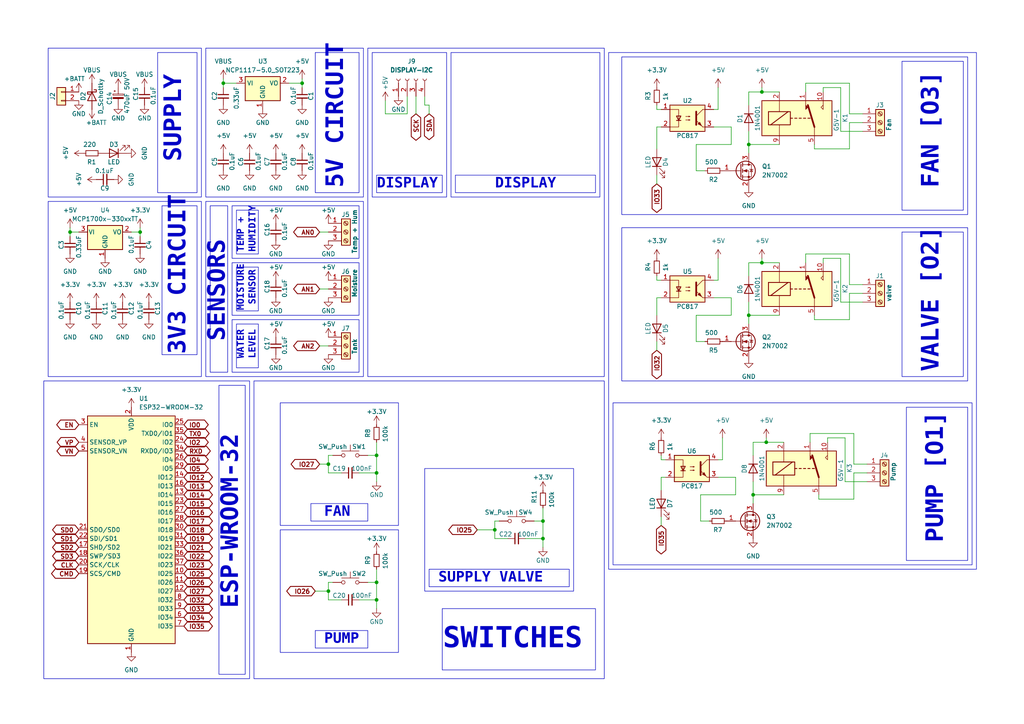
<source format=kicad_sch>
(kicad_sch (version 20230121) (generator eeschema)
  (paper "A4")
  (title_block (title "AMon") (date "2024-02-01") (rev "rev1") (company "Jephta Madziva") (comment 1 "Agriculture Monitoring device. Version 1."))
  (lib_symbols
    (symbol "Connector:Conn_01x04_Socket" (pin_names (offset 1.016) hide)
      (property "Reference" "J" (at 0 5.08 0))
      (property "Value" "Conn_01x04_Socket" (at 0 -7.62 0))
      (symbol "Conn_01x04_Socket_1_1"
        (pin passive line (at -5.08 2.54 0) (length 3.81) (name "Pin_1") (number "1"))
        (pin passive line (at -5.08 0 0) (length 3.81) (name "Pin_2") (number "2"))
        (pin passive line (at -5.08 -2.54 0) (length 3.81) (name "Pin_3") (number "3"))
        (pin passive line (at -5.08 -5.08 0) (length 3.81) (name "Pin_4") (number "4"))
      )
    )
    (symbol "Connector:Screw_Terminal_01x03" (pin_names (offset 1.016) hide)
      (property "Reference" "J" (at 0 5.08 0))
      (property "Value" "Screw_Terminal_01x03" (at 0 -5.08 0))
      (symbol "Screw_Terminal_01x03_1_1"
        (pin passive line (at -5.08 2.54 0) (length 3.81) (name "Pin_1") (number "1"))
        (pin passive line (at -5.08 0 0) (length 3.81) (name "Pin_2") (number "2"))
        (pin passive line (at -5.08 -2.54 0) (length 3.81) (name "Pin_3") (number "3"))
      )
    )
    (symbol "Connector_Generic:Conn_01x02" (pin_names (offset 1.016) hide)
      (property "Reference" "J" (at 0 2.54 0))
      (property "Value" "Conn_01x02" (at 0 -5.08 0))
      (symbol "Conn_01x02_1_1"
        (pin passive line (at -5.08 0 0) (length 3.81) (name "Pin_1") (number "1"))
        (pin passive line (at -5.08 -2.54 0) (length 3.81) (name "Pin_2") (number "2"))
      )
    )
    (symbol "Device:C_Polarized_Small" (pin_numbers hide) (pin_names (offset 0.254) hide)
      (property "Reference" "C" (at 0.254 1.778 0))
      (property "Value" "C_Polarized_Small" (at 0.254 -2.032 0))
      (symbol "C_Polarized_Small_1_1"
        (pin passive line (at 0 2.54 270) (length 1.8542) (name "~") (number "1"))
        (pin passive line (at 0 -2.54 90) (length 1.8542) (name "~") (number "2"))
      )
    )
    (symbol "Device:C_Small" (pin_numbers hide) (pin_names (offset 0.254) hide)
      (property "Reference" "C" (at 0.254 1.778 0))
      (property "Value" "C_Small" (at 0.254 -2.032 0))
      (symbol "C_Small_1_1"
        (pin passive line (at 0 2.54 270) (length 2.032) (name "~") (number "1"))
        (pin passive line (at 0 -2.54 90) (length 2.032) (name "~") (number "2"))
      )
    )
    (symbol "Device:D_Schottky" (pin_numbers hide) (pin_names (offset 1.016) hide)
      (property "Reference" "D" (at 0 2.54 0))
      (property "Value" "D_Schottky" (at 0 -2.54 0))
      (symbol "D_Schottky_1_1"
        (pin passive line (at -3.81 0 0) (length 2.54) (name "K") (number "1"))
        (pin passive line (at 3.81 0 180) (length 2.54) (name "A") (number "2"))
      )
    )
    (symbol "Device:LED" (pin_numbers hide) (pin_names (offset 1.016) hide)
      (property "Reference" "D" (at 0 2.54 0))
      (property "Value" "LED" (at 0 -2.54 0))
      (symbol "LED_1_1"
        (pin passive line (at -3.81 0 0) (length 2.54) (name "K") (number "1"))
        (pin passive line (at 3.81 0 180) (length 2.54) (name "A") (number "2"))
      )
    )
    (symbol "Device:R_Small" (pin_numbers hide) (pin_names (offset 0.254) hide)
      (property "Reference" "R" (at 0.762 0.508 0))
      (property "Value" "R_Small" (at 0.762 -1.016 0))
      (symbol "R_Small_1_1"
        (pin passive line (at 0 2.54 270) (length 0.762) (name "~") (number "1"))
        (pin passive line (at 0 -2.54 90) (length 0.762) (name "~") (number "2"))
      )
    )
    (symbol "Diode:1N4001" (pin_numbers hide) (pin_names hide)
      (property "Reference" "D" (at 0 2.54 0))
      (property "Value" "1N4001" (at 0 -2.54 0))
      (symbol "1N4001_1_1"
        (pin passive line (at -3.81 0 0) (length 2.54) (name "K") (number "1"))
        (pin passive line (at 3.81 0 180) (length 2.54) (name "A") (number "2"))
      )
    )
    (symbol "Isolator:PC817" (pin_names (offset 1.016))
      (property "Reference" "U" (at -5.08 5.08 0))
      (property "Value" "PC817" (at 0 5.08 0))
      (symbol "PC817_1_1"
        (pin passive line (at -7.62 2.54 0) (length 2.54) (name "~") (number "1"))
        (pin passive line (at -7.62 -2.54 0) (length 2.54) (name "~") (number "2"))
        (pin passive line (at 7.62 -2.54 180) (length 2.54) (name "~") (number "3"))
        (pin passive line (at 7.62 2.54 180) (length 2.54) (name "~") (number "4"))
      )
    )
    (symbol "RF_Module:ESP32-WROOM-32"
      (property "Reference" "U" (at -12.7 34.29 0))
      (property "Value" "ESP32-WROOM-32" (at 1.27 34.29 0))
      (symbol "ESP32-WROOM-32_1_1"
        (pin power_in line (at 0 -35.56 90) (length 2.54) (name "GND") (number "1"))
        (pin bidirectional line (at 15.24 -12.7 180) (length 2.54) (name "IO25") (number "10"))
        (pin bidirectional line (at 15.24 -15.24 180) (length 2.54) (name "IO26") (number "11"))
        (pin bidirectional line (at 15.24 -17.78 180) (length 2.54) (name "IO27") (number "12"))
        (pin bidirectional line (at 15.24 10.16 180) (length 2.54) (name "IO14") (number "13"))
        (pin bidirectional line (at 15.24 15.24 180) (length 2.54) (name "IO12") (number "14"))
        (pin passive line (at 0 -35.56 90) (length 2.54) hide (name "GND") (number "15"))
        (pin bidirectional line (at 15.24 12.7 180) (length 2.54) (name "IO13") (number "16"))
        (pin bidirectional line (at -15.24 -5.08 0) (length 2.54) (name "SHD/SD2") (number "17"))
        (pin bidirectional line (at -15.24 -7.62 0) (length 2.54) (name "SWP/SD3") (number "18"))
        (pin bidirectional line (at -15.24 -12.7 0) (length 2.54) (name "SCS/CMD") (number "19"))
        (pin power_in line (at 0 35.56 270) (length 2.54) (name "VDD") (number "2"))
        (pin bidirectional line (at -15.24 -10.16 0) (length 2.54) (name "SCK/CLK") (number "20"))
        (pin bidirectional line (at -15.24 0 0) (length 2.54) (name "SDO/SD0") (number "21"))
        (pin bidirectional line (at -15.24 -2.54 0) (length 2.54) (name "SDI/SD1") (number "22"))
        (pin bidirectional line (at 15.24 7.62 180) (length 2.54) (name "IO15") (number "23"))
        (pin bidirectional line (at 15.24 25.4 180) (length 2.54) (name "IO2") (number "24"))
        (pin bidirectional line (at 15.24 30.48 180) (length 2.54) (name "IO0") (number "25"))
        (pin bidirectional line (at 15.24 20.32 180) (length 2.54) (name "IO4") (number "26"))
        (pin bidirectional line (at 15.24 5.08 180) (length 2.54) (name "IO16") (number "27"))
        (pin bidirectional line (at 15.24 2.54 180) (length 2.54) (name "IO17") (number "28"))
        (pin bidirectional line (at 15.24 17.78 180) (length 2.54) (name "IO5") (number "29"))
        (pin input line (at -15.24 30.48 0) (length 2.54) (name "EN") (number "3"))
        (pin bidirectional line (at 15.24 0 180) (length 2.54) (name "IO18") (number "30"))
        (pin bidirectional line (at 15.24 -2.54 180) (length 2.54) (name "IO19") (number "31"))
        (pin no_connect line (at -12.7 -27.94 0) (length 2.54) hide (name "NC") (number "32"))
        (pin bidirectional line (at 15.24 -5.08 180) (length 2.54) (name "IO21") (number "33"))
        (pin bidirectional line (at 15.24 22.86 180) (length 2.54) (name "RXD0/IO3") (number "34"))
        (pin bidirectional line (at 15.24 27.94 180) (length 2.54) (name "TXD0/IO1") (number "35"))
        (pin bidirectional line (at 15.24 -7.62 180) (length 2.54) (name "IO22") (number "36"))
        (pin bidirectional line (at 15.24 -10.16 180) (length 2.54) (name "IO23") (number "37"))
        (pin passive line (at 0 -35.56 90) (length 2.54) hide (name "GND") (number "38"))
        (pin passive line (at 0 -35.56 90) (length 2.54) hide (name "GND") (number "39"))
        (pin input line (at -15.24 25.4 0) (length 2.54) (name "SENSOR_VP") (number "4"))
        (pin input line (at -15.24 22.86 0) (length 2.54) (name "SENSOR_VN") (number "5"))
        (pin input line (at 15.24 -25.4 180) (length 2.54) (name "IO34") (number "6"))
        (pin input line (at 15.24 -27.94 180) (length 2.54) (name "IO35") (number "7"))
        (pin bidirectional line (at 15.24 -20.32 180) (length 2.54) (name "IO32") (number "8"))
        (pin bidirectional line (at 15.24 -22.86 180) (length 2.54) (name "IO33") (number "9"))
      )
    )
    (symbol "Regulator_Linear:MCP1700x-330xxTT" (pin_names (offset 0.254))
      (property "Reference" "U" (at -3.81 3.175 0))
      (property "Value" "MCP1700x-330xxTT" (at 0 3.175 0))
      (symbol "MCP1700x-330xxTT_1_1"
        (pin power_in line (at 0 -7.62 90) (length 2.54) (name "GND") (number "1"))
        (pin power_out line (at 7.62 0 180) (length 2.54) (name "VO") (number "2"))
        (pin power_in line (at -7.62 0 0) (length 2.54) (name "VI") (number "3"))
      )
    )
    (symbol "Regulator_Linear:NCP1117-5.0_SOT223"
      (property "Reference" "U" (at -3.81 3.175 0))
      (property "Value" "NCP1117-5.0_SOT223" (at 0 3.175 0))
      (symbol "NCP1117-5.0_SOT223_1_1"
        (pin power_in line (at 0 -7.62 90) (length 2.54) (name "GND") (number "1"))
        (pin power_out line (at 7.62 0 180) (length 2.54) (name "VO") (number "2"))
        (pin power_in line (at -7.62 0 0) (length 2.54) (name "VI") (number "3"))
      )
    )
    (symbol "Relay:G5V-1"
      (property "Reference" "K" (at 11.43 3.81 0))
      (property "Value" "G5V-1" (at 11.43 1.27 0))
      (symbol "G5V-1_1_1"
        (pin passive line (at 2.54 7.62 270) (length 2.54) (name "~") (number "1"))
        (pin passive line (at 7.62 7.62 270) (length 2.54) (name "~") (number "10"))
        (pin passive line (at -5.08 7.62 270) (length 2.54) (name "~") (number "2"))
        (pin passive line (at 5.08 -7.62 90) (length 2.54) (name "~") (number "5"))
        (pin passive line (at 5.08 -7.62 90) (length 2.54) hide (name "~") (number "6"))
        (pin passive line (at -5.08 -7.62 90) (length 2.54) (name "~") (number "9"))
      )
    )
    (symbol "Switch:SW_Push" (pin_numbers hide) (pin_names (offset 1.016) hide)
      (property "Reference" "SW" (at 1.27 2.54 0))
      (property "Value" "SW_Push" (at 0 -1.524 0))
      (symbol "SW_Push_0_1"
        (pin passive line (at -5.08 0 0) (length 2.54) (name "1") (number "1"))
        (pin passive line (at 5.08 0 180) (length 2.54) (name "2") (number "2"))
      )
    )
    (symbol "Transistor_FET:2N7002" (pin_names hide)
      (property "Reference" "Q" (at 5.08 1.905 0))
      (property "Value" "2N7002" (at 5.08 0 0))
      (symbol "2N7002_1_1"
        (pin input line (at -5.08 0 0) (length 2.54) (name "G") (number "1"))
        (pin passive line (at 2.54 -5.08 90) (length 2.54) (name "S") (number "2"))
        (pin passive line (at 2.54 5.08 270) (length 2.54) (name "D") (number "3"))
      )
    )
    (symbol "power:+3.3V" (power) (pin_names (offset 0))
      (property "Value" "+3.3V" (at 0 3.556 0))
      (symbol "+3.3V_1_1"
        (pin power_in line (at 0 0 90) (length 0) hide (name "+3.3V") (number "1"))
      )
    )
    (symbol "power:+5V" (power) (pin_names (offset 0))
      (property "Value" "+5V" (at 0 3.556 0))
      (symbol "+5V_1_1"
        (pin power_in line (at 0 0 90) (length 0) hide (name "+5V") (number "1"))
      )
    )
    (symbol "power:+BATT" (power) (pin_names (offset 0))
      (property "Value" "+BATT" (at 0 3.556 0))
      (symbol "+BATT_1_1"
        (pin power_in line (at 0 0 90) (length 0) hide (name "+BATT") (number "1"))
      )
    )
    (symbol "power:GND" (power) (pin_names (offset 0))
      (property "Value" "GND" (at 0 -3.81 0))
      (symbol "GND_1_1"
        (pin power_in line (at 0 0 270) (length 0) hide (name "GND") (number "1"))
      )
    )
    (symbol "power:VBUS" (power) (pin_names (offset 0))
      (property "Value" "VBUS" (at 0 3.81 0))
      (symbol "VBUS_1_1"
        (pin power_in line (at 0 0 90) (length 0) hide (name "VBUS") (number "1"))
      )
    )
  )
  (junction (at 157.48 156.21))
  (junction (at 220.98 26.67))
  (junction (at 64.77 24.13))
  (junction (at 222.25 128.27))
  (junction (at 220.98 76.2))
  (junction (at 109.22 132.08))
  (junction (at 143.51 153.67))
  (junction (at 217.17 91.44))
  (junction (at 87.63 24.13))
  (junction (at 20.32 67.31))
  (junction (at 40.64 67.31))
  (junction (at 109.22 137.16))
  (junction (at 218.44 143.51))
  (junction (at 95.25 171.45))
  (junction (at 109.22 173.99))
  (junction (at 217.17 41.91))
  (junction (at 157.48 151.13))
  (junction (at 95.25 134.62))
  (junction (at 109.22 168.91))
  (wire (pts (xy 233.68 73.66) (xy 246.38 73.66)))
  (wire (pts (xy 222.25 127) (xy 222.25 128.27)))
  (wire (pts (xy 245.11 139.7) (xy 251.46 139.7)))
  (wire (pts (xy 234.95 125.73) (xy 247.65 125.73)))
  (wire (pts (xy 218.44 143.51) (xy 218.44 139.7)))
  (wire (pts (xy 40.64 67.31) (xy 40.64 68.58)))
  (wire (pts (xy 247.65 144.78) (xy 247.65 137.16)))
  (wire (pts (xy 246.38 24.13) (xy 246.38 33.02)))
  (wire (pts (xy 143.51 153.67) (xy 143.51 151.13)))
  (wire (pts (xy 212.09 41.91) (xy 212.09 36.83)))
  (wire (pts (xy 204.47 49.53) (xy 201.93 49.53)))
  (wire (pts (xy 240.03 127) (xy 245.11 127)))
  (wire (pts (xy 109.22 128.27) (xy 109.22 132.08)))
  (wire (pts (xy 213.36 138.43) (xy 208.28 138.43)))
  (wire (pts (xy 208.28 25.4) (xy 208.28 31.75)))
  (wire (pts (xy 218.44 143.51) (xy 218.44 146.05)))
  (wire (pts (xy 220.98 26.67) (xy 217.17 26.67)))
  (wire (pts (xy 106.68 168.91) (xy 109.22 168.91)))
  (wire (pts (xy 226.06 41.91) (xy 217.17 41.91)))
  (wire (pts (xy 92.71 83.82) (xy 95.25 83.82)))
  (wire (pts (xy 243.84 87.63) (xy 250.19 87.63)))
  (wire (pts (xy 236.22 92.71) (xy 246.38 92.71)))
  (wire (pts (xy 233.68 26.67) (xy 233.68 24.13)))
  (wire (pts (xy 246.38 92.71) (xy 246.38 85.09)))
  (wire (pts (xy 40.64 66.04) (xy 40.64 67.31)))
  (wire (pts (xy 238.76 74.93) (xy 243.84 74.93)))
  (wire (pts (xy 191.77 138.43) (xy 191.77 142.24)))
  (wire (pts (xy 109.22 132.08) (xy 109.22 137.16)))
  (wire (pts (xy 233.68 24.13) (xy 246.38 24.13)))
  (wire (pts (xy 217.17 91.44) (xy 217.17 87.63)))
  (wire (pts (xy 217.17 41.91) (xy 217.17 44.45)))
  (wire (pts (xy 64.77 24.13) (xy 64.77 25.4)))
  (wire (pts (xy 138.43 153.67) (xy 143.51 153.67)))
  (wire (pts (xy 236.22 91.44) (xy 236.22 92.71)))
  (wire (pts (xy 246.38 73.66) (xy 246.38 82.55)))
  (wire (pts (xy 209.55 127) (xy 209.55 133.35)))
  (wire (pts (xy 38.1 67.31) (xy 40.64 67.31)))
  (wire (pts (xy 238.76 25.4) (xy 243.84 25.4)))
  (wire (pts (xy 190.5 53.34) (xy 190.5 50.8)))
  (wire (pts (xy 104.14 173.99) (xy 109.22 173.99)))
  (wire (pts (xy 109.22 173.99) (xy 109.22 176.53)))
  (wire (pts (xy 95.25 173.99) (xy 95.25 171.45)))
  (wire (pts (xy 247.65 125.73) (xy 247.65 134.62)))
  (wire (pts (xy 190.5 80.01) (xy 190.5 81.28)))
  (wire (pts (xy 209.55 133.35) (xy 208.28 133.35)))
  (wire (pts (xy 213.36 143.51) (xy 213.36 138.43)))
  (wire (pts (xy 212.09 86.36) (xy 207.01 86.36)))
  (wire (pts (xy 238.76 76.2) (xy 238.76 74.93)))
  (wire (pts (xy 238.76 26.67) (xy 238.76 25.4)))
  (wire (pts (xy 92.71 134.62) (xy 95.25 134.62)))
  (wire (pts (xy 217.17 26.67) (xy 217.17 30.48)))
  (wire (pts (xy 95.25 132.08) (xy 96.52 132.08)))
  (wire (pts (xy 226.06 76.2) (xy 220.98 76.2)))
  (wire (pts (xy 191.77 133.35) (xy 193.04 133.35)))
  (wire (pts (xy 201.93 41.91) (xy 212.09 41.91)))
  (wire (pts (xy 217.17 91.44) (xy 217.17 93.98)))
  (wire (pts (xy 109.22 165.1) (xy 109.22 168.91)))
  (wire (pts (xy 20.32 67.31) (xy 20.32 68.58)))
  (wire (pts (xy 95.25 171.45) (xy 95.25 168.91)))
  (wire (pts (xy 99.06 137.16) (xy 95.25 137.16)))
  (wire (pts (xy 203.2 151.13) (xy 203.2 143.51)))
  (wire (pts (xy 87.63 22.86) (xy 87.63 24.13)))
  (wire (pts (xy 203.2 143.51) (xy 213.36 143.51)))
  (wire (pts (xy 87.63 24.13) (xy 87.63 25.4)))
  (wire (pts (xy 143.51 151.13) (xy 144.78 151.13)))
  (wire (pts (xy 222.25 128.27) (xy 218.44 128.27)))
  (wire (pts (xy 95.25 137.16) (xy 95.25 134.62)))
  (wire (pts (xy 233.68 76.2) (xy 233.68 73.66)))
  (wire (pts (xy 154.94 151.13) (xy 157.48 151.13)))
  (wire (pts (xy 220.98 74.93) (xy 220.98 76.2)))
  (wire (pts (xy 245.11 127) (xy 245.11 139.7)))
  (wire (pts (xy 201.93 91.44) (xy 212.09 91.44)))
  (wire (pts (xy 226.06 91.44) (xy 217.17 91.44)))
  (wire (pts (xy 157.48 151.13) (xy 157.48 156.21)))
  (wire (pts (xy 243.84 74.93) (xy 243.84 87.63)))
  (wire (pts (xy 218.44 128.27) (xy 218.44 132.08)))
  (wire (pts (xy 152.4 156.21) (xy 157.48 156.21)))
  (wire (pts (xy 217.17 41.91) (xy 217.17 38.1)))
  (wire (pts (xy 236.22 43.18) (xy 246.38 43.18)))
  (wire (pts (xy 83.82 24.13) (xy 87.63 24.13)))
  (wire (pts (xy 191.77 132.08) (xy 191.77 133.35)))
  (wire (pts (xy 123.19 30.48) (xy 123.19 27.94)))
  (wire (pts (xy 190.5 101.6) (xy 190.5 99.06)))
  (wire (pts (xy 104.14 137.16) (xy 109.22 137.16)))
  (wire (pts (xy 118.11 27.94) (xy 118.11 33.02)))
  (wire (pts (xy 246.38 33.02) (xy 250.19 33.02)))
  (wire (pts (xy 147.32 156.21) (xy 143.51 156.21)))
  (wire (pts (xy 246.38 82.55) (xy 250.19 82.55)))
  (wire (pts (xy 246.38 85.09) (xy 250.19 85.09)))
  (wire (pts (xy 226.06 26.67) (xy 220.98 26.67)))
  (wire (pts (xy 237.49 143.51) (xy 237.49 144.78)))
  (wire (pts (xy 191.77 152.4) (xy 191.77 149.86)))
  (wire (pts (xy 109.22 137.16) (xy 109.22 139.7)))
  (wire (pts (xy 111.76 33.02) (xy 111.76 29.21)))
  (wire (pts (xy 118.11 33.02) (xy 111.76 33.02)))
  (wire (pts (xy 246.38 43.18) (xy 246.38 35.56)))
  (wire (pts (xy 208.28 31.75) (xy 207.01 31.75)))
  (wire (pts (xy 247.65 134.62) (xy 251.46 134.62)))
  (wire (pts (xy 208.28 74.93) (xy 208.28 81.28)))
  (wire (pts (xy 190.5 30.48) (xy 190.5 31.75)))
  (wire (pts (xy 212.09 91.44) (xy 212.09 86.36)))
  (wire (pts (xy 106.68 132.08) (xy 109.22 132.08)))
  (wire (pts (xy 236.22 41.91) (xy 236.22 43.18)))
  (wire (pts (xy 120.65 33.02) (xy 120.65 27.94)))
  (wire (pts (xy 234.95 128.27) (xy 234.95 125.73)))
  (wire (pts (xy 201.93 49.53) (xy 201.93 41.91)))
  (wire (pts (xy 124.46 30.48) (xy 123.19 30.48)))
  (wire (pts (xy 227.33 143.51) (xy 218.44 143.51)))
  (wire (pts (xy 204.47 99.06) (xy 201.93 99.06)))
  (wire (pts (xy 205.74 151.13) (xy 203.2 151.13)))
  (wire (pts (xy 212.09 36.83) (xy 207.01 36.83)))
  (wire (pts (xy 92.71 100.33) (xy 95.25 100.33)))
  (wire (pts (xy 193.04 138.43) (xy 191.77 138.43)))
  (wire (pts (xy 201.93 99.06) (xy 201.93 91.44)))
  (wire (pts (xy 109.22 168.91) (xy 109.22 173.99)))
  (wire (pts (xy 227.33 128.27) (xy 222.25 128.27)))
  (wire (pts (xy 92.71 67.31) (xy 95.25 67.31)))
  (wire (pts (xy 124.46 33.02) (xy 124.46 30.48)))
  (wire (pts (xy 190.5 86.36) (xy 191.77 86.36)))
  (wire (pts (xy 20.32 66.04) (xy 20.32 67.31)))
  (wire (pts (xy 217.17 76.2) (xy 217.17 80.01)))
  (wire (pts (xy 220.98 25.4) (xy 220.98 26.67)))
  (wire (pts (xy 240.03 128.27) (xy 240.03 127)))
  (wire (pts (xy 247.65 137.16) (xy 251.46 137.16)))
  (wire (pts (xy 99.06 173.99) (xy 95.25 173.99)))
  (wire (pts (xy 68.58 24.13) (xy 64.77 24.13)))
  (wire (pts (xy 237.49 144.78) (xy 247.65 144.78)))
  (wire (pts (xy 22.86 67.31) (xy 20.32 67.31)))
  (wire (pts (xy 190.5 81.28) (xy 191.77 81.28)))
  (wire (pts (xy 191.77 36.83) (xy 190.5 36.83)))
  (wire (pts (xy 95.25 168.91) (xy 96.52 168.91)))
  (wire (pts (xy 157.48 156.21) (xy 157.48 158.75)))
  (wire (pts (xy 64.77 22.86) (xy 64.77 24.13)))
  (wire (pts (xy 190.5 36.83) (xy 190.5 43.18)))
  (wire (pts (xy 208.28 81.28) (xy 207.01 81.28)))
  (wire (pts (xy 220.98 76.2) (xy 217.17 76.2)))
  (wire (pts (xy 190.5 31.75) (xy 191.77 31.75)))
  (wire (pts (xy 243.84 38.1) (xy 250.19 38.1)))
  (wire (pts (xy 190.5 86.36) (xy 190.5 91.44)))
  (wire (pts (xy 243.84 25.4) (xy 243.84 38.1)))
  (wire (pts (xy 91.44 171.45) (xy 95.25 171.45)))
  (wire (pts (xy 95.25 134.62) (xy 95.25 132.08)))
  (wire (pts (xy 143.51 156.21) (xy 143.51 153.67)))
  (wire (pts (xy 246.38 35.56) (xy 250.19 35.56)))
  (wire (pts (xy 157.48 147.32) (xy 157.48 151.13)))
  (rectangle (start 106.68 13.97) (end 175.26 109.22))
  (rectangle (start 13.97 13.97) (end 58.42 57.15))
  (rectangle (start 261.62 17.78) (end 279.4 60.96))
  (rectangle (start 81.28 153.67) (end 115.57 189.23))
  (rectangle (start 172.72 176.53) (end 128.27 194.31))
  (rectangle (start 60.96 59.69) (end 66.04 107.95))
  (rectangle (start 67.31 92.71) (end 104.14 107.95))
  (rectangle (start 262.89 118.11) (end 280.67 162.56))
  (rectangle (start 68.58 93.98) (end 74.93 106.68))
  (rectangle (start 59.69 58.42) (end 105.41 109.22))
  (rectangle (start 59.69 13.97) (end 105.41 57.15))
  (rectangle (start 176.53 15.24) (end 283.21 165.1))
  (rectangle (start 13.97 58.42) (end 58.42 109.22))
  (rectangle (start 81.28 116.84) (end 115.57 152.4))
  (rectangle (start 91.44 182.88) (end 106.68 187.96))
  (rectangle (start 67.31 76.2) (end 104.14 91.44))
  (rectangle (start 124.46 165.1) (end 165.1 170.18))
  (rectangle (start 132.08 50.8) (end 172.72 55.88))
  (rectangle (start 73.66 110.49) (end 175.26 196.85))
  (rectangle (start 130.81 15.24) (end 173.99 57.15))
  (rectangle (start 107.95 15.24) (end 129.54 57.15))
  (rectangle (start 46.99 59.69) (end 57.15 102.87))
  (rectangle (start 180.34 66.04) (end 280.67 110.49))
  (rectangle (start 68.58 77.47) (end 74.93 90.17))
  (rectangle (start 261.62 67.31) (end 279.4 109.22))
  (rectangle (start 109.22 50.8) (end 128.27 55.88))
  (rectangle (start 177.8 116.84) (end 281.94 163.83))
  (rectangle (start 68.58 60.96) (end 74.93 73.66))
  (rectangle (start 180.34 16.51) (end 280.67 62.23))
  (rectangle (start 67.31 59.69) (end 104.14 74.93))
  (rectangle (start 91.44 15.24) (end 104.14 55.88))
  (rectangle (start 45.72 15.24) (end 57.15 55.88))
  (rectangle (start 90.17 146.05) (end 106.68 151.13))
  (rectangle (start 12.7 110.49) (end 72.39 196.85))
  (rectangle (start 123.19 135.89) (end 166.37 171.45))
  (rectangle (start 63.5 111.76) (end 71.12 195.58))
  (text " TEMP +\n HUMIDITY" (at 74.93 74.93 90) (effects (font (size 2 2) (thickness 0.654) bold) (justify left bottom)))
  (text "MOISTURE\n SENSOR" (at 74.93 90.17 90) (effects (font (size 2 2) (thickness 0.654) bold) (justify left bottom)))
  (text "FAN" (at 101.6 151.13 0) (effects (font (size 3 3) (thickness 0.654) bold) (justify right bottom)))
  (text "SUPPLY VALVE" (at 157.48 170.18 0) (effects (font (size 3 3) (thickness 0.654) bold) (justify right bottom)))
  (text "ESP-WROOM-32" (at 71.12 176.53 90) (effects (font (size 5 5) (thickness 0.654) bold) (justify left bottom)))
  (text "DISPLAY" (at 127 55.88 0) (effects (font (size 3 3) (thickness 0.654) bold) (justify right bottom)))
  (text "WATER\nLEVEL" (at 74.93 104.14 90) (effects (font (size 2 2) (thickness 0.654) bold) (justify left bottom)))
  (text "PUMP [O1]" (at 275.59 157.48 90) (effects (font (size 5 5) (thickness 0.654) bold) (justify left bottom)))
  (text "VALVE [O2]" (at 274.32 107.95 90) (effects (font (size 5 5) (thickness 0.654) bold) (justify left bottom)))
  (text "3V3 CIRCUIT" (at 55.88 102.87 90) (effects (font (size 5 5) (thickness 0.654) bold) (justify left bottom)))
  (text "DISPLAY" (at 161.29 55.88 0) (effects (font (size 3 3) (thickness 0.654) bold) (justify right bottom)))
  (text "5V CIRCUIT" (at 101.6 54.61 90) (effects (font (size 5 5) (thickness 0.654) bold) (justify left bottom)))
  (text "PUMP" (at 104.14 187.96 0) (effects (font (size 3 3) (thickness 0.654) bold) (justify right bottom)))
  (text "FAN [O3]" (at 274.32 54.61 90) (effects (font (size 5 5) (thickness 0.654) bold) (justify left bottom)))
  (text "SUPPLY" (at 54.61 46.99 90) (effects (font (size 5 5) (thickness 0.654) bold) (justify left bottom)))
  (text "SENSORS" (at 67.31 99.06 90) (effects (font (size 5 5) (thickness 0.654) bold) (justify left bottom)))
  (text "SWITCHES" (at 168.91 190.5 0) (effects (font (size 6 6) (thickness 0.654) bold) (justify right bottom)))
  (global_label "IO33" (shape bidirectional) (at 190.5 53.34 270) (effects (font (thickness 0.254) bold)) (property "Intersheetrefs" "${INTERSHEET_REFS}" (effects hide)))
  (global_label "IO16" (shape bidirectional) (at 53.34 148.59 0) (effects (font (thickness 0.254) bold)) (property "Intersheetrefs" "${INTERSHEET_REFS}" (effects hide)))
  (global_label "IO0" (shape bidirectional) (at 53.34 123.19 0) (effects (font (thickness 0.254) bold)) (property "Intersheetrefs" "${INTERSHEET_REFS}" (effects hide)))
  (global_label "IO13" (shape bidirectional) (at 53.34 140.97 0) (effects (font (thickness 0.254) bold)) (property "Intersheetrefs" "${INTERSHEET_REFS}" (effects hide)))
  (global_label "IO35" (shape bidirectional) (at 53.34 181.61 0) (effects (font (thickness 0.254) bold)) (property "Intersheetrefs" "${INTERSHEET_REFS}" (effects hide)))
  (global_label "IO5" (shape bidirectional) (at 53.34 135.89 0) (effects (font (thickness 0.254) bold)) (property "Intersheetrefs" "${INTERSHEET_REFS}" (effects hide)))
  (global_label "AN1" (shape bidirectional) (at 92.71 83.82 180) (effects (font (thickness 0.254) bold)) (property "Intersheetrefs" "${INTERSHEET_REFS}" (effects hide)))
  (global_label "IO27" (shape bidirectional) (at 53.34 171.45 0) (effects (font (thickness 0.254) bold)) (property "Intersheetrefs" "${INTERSHEET_REFS}" (effects hide)))
  (global_label "IO12" (shape bidirectional) (at 53.34 138.43 0) (effects (font (thickness 0.254) bold)) (property "Intersheetrefs" "${INTERSHEET_REFS}" (effects hide)))
  (global_label "IO26" (shape bidirectional) (at 53.34 168.91 0) (effects (font (thickness 0.254) bold)) (property "Intersheetrefs" "${INTERSHEET_REFS}" (effects hide)))
  (global_label "IO32" (shape bidirectional) (at 53.34 173.99 0) (effects (font (thickness 0.254) bold)) (property "Intersheetrefs" "${INTERSHEET_REFS}" (effects hide)))
  (global_label "IO15" (shape bidirectional) (at 53.34 146.05 0) (effects (font (thickness 0.254) bold)) (property "Intersheetrefs" "${INTERSHEET_REFS}" (effects hide)))
  (global_label "IO4" (shape bidirectional) (at 53.34 133.35 0) (effects (font (thickness 0.254) bold)) (property "Intersheetrefs" "${INTERSHEET_REFS}" (effects hide)))
  (global_label "IO18" (shape bidirectional) (at 53.34 153.67 0) (effects (font (thickness 0.254) bold)) (property "Intersheetrefs" "${INTERSHEET_REFS}" (effects hide)))
  (global_label "IO25" (shape bidirectional) (at 138.43 153.67 180) (effects (font (thickness 0.254) bold)) (property "Intersheetrefs" "${INTERSHEET_REFS}" (effects hide)))
  (global_label "VP" (shape bidirectional) (at 22.86 128.27 180) (effects (font (thickness 0.254) bold)) (property "Intersheetrefs" "${INTERSHEET_REFS}" (effects hide)))
  (global_label "CLK" (shape bidirectional) (at 22.86 163.83 180) (effects (font (thickness 0.254) bold)) (property "Intersheetrefs" "${INTERSHEET_REFS}" (effects hide)))
  (global_label "IO27" (shape bidirectional) (at 92.71 134.62 180) (effects (font (thickness 0.254) bold)) (property "Intersheetrefs" "${INTERSHEET_REFS}" (effects hide)))
  (global_label "EN" (shape bidirectional) (at 22.86 123.19 180) (effects (font (thickness 0.254) bold)) (property "Intersheetrefs" "${INTERSHEET_REFS}" (effects hide)))
  (global_label "SDA" (shape bidirectional) (at 124.46 33.02 270) (effects (font (thickness 0.254) bold)) (property "Intersheetrefs" "${INTERSHEET_REFS}" (effects hide)))
  (global_label "RXD" (shape bidirectional) (at 53.34 130.81 0) (effects (font (thickness 0.254) bold)) (property "Intersheetrefs" "${INTERSHEET_REFS}" (effects hide)))
  (global_label "SD0" (shape bidirectional) (at 22.86 153.67 180) (effects (font (thickness 0.254) bold)) (property "Intersheetrefs" "${INTERSHEET_REFS}" (effects hide)))
  (global_label "SD3" (shape bidirectional) (at 22.86 161.29 180) (effects (font (thickness 0.254) bold)) (property "Intersheetrefs" "${INTERSHEET_REFS}" (effects hide)))
  (global_label "IO14" (shape bidirectional) (at 53.34 143.51 0) (effects (font (thickness 0.254) bold)) (property "Intersheetrefs" "${INTERSHEET_REFS}" (effects hide)))
  (global_label "SD2" (shape bidirectional) (at 22.86 158.75 180) (effects (font (thickness 0.254) bold)) (property "Intersheetrefs" "${INTERSHEET_REFS}" (effects hide)))
  (global_label "IO19" (shape bidirectional) (at 53.34 156.21 0) (effects (font (thickness 0.254) bold)) (property "Intersheetrefs" "${INTERSHEET_REFS}" (effects hide)))
  (global_label "CMD" (shape bidirectional) (at 22.86 166.37 180) (effects (font (thickness 0.254) bold)) (property "Intersheetrefs" "${INTERSHEET_REFS}" (effects hide)))
  (global_label "TX0" (shape bidirectional) (at 53.34 125.73 0) (effects (font (thickness 0.254) bold)) (property "Intersheetrefs" "${INTERSHEET_REFS}" (effects hide)))
  (global_label "VN" (shape bidirectional) (at 22.86 130.81 180) (effects (font (thickness 0.254) bold)) (property "Intersheetrefs" "${INTERSHEET_REFS}" (effects hide)))
  (global_label "IO22" (shape bidirectional) (at 53.34 161.29 0) (effects (font (thickness 0.254) bold)) (property "Intersheetrefs" "${INTERSHEET_REFS}" (effects hide)))
  (global_label "IO2" (shape bidirectional) (at 53.34 128.27 0) (effects (font (thickness 0.254) bold)) (property "Intersheetrefs" "${INTERSHEET_REFS}" (effects hide)))
  (global_label "IO21" (shape bidirectional) (at 53.34 158.75 0) (effects (font (thickness 0.254) bold)) (property "Intersheetrefs" "${INTERSHEET_REFS}" (effects hide)))
  (global_label "SD1" (shape bidirectional) (at 22.86 156.21 180) (effects (font (thickness 0.254) bold)) (property "Intersheetrefs" "${INTERSHEET_REFS}" (effects hide)))
  (global_label "IO34" (shape bidirectional) (at 53.34 179.07 0) (effects (font (thickness 0.254) bold)) (property "Intersheetrefs" "${INTERSHEET_REFS}" (effects hide)))
  (global_label "IO25" (shape bidirectional) (at 53.34 166.37 0) (effects (font (thickness 0.254) bold)) (property "Intersheetrefs" "${INTERSHEET_REFS}" (effects hide)))
  (global_label "IO26" (shape bidirectional) (at 91.44 171.45 180) (effects (font (thickness 0.254) bold)) (property "Intersheetrefs" "${INTERSHEET_REFS}" (effects hide)))
  (global_label "IO35" (shape bidirectional) (at 191.77 152.4 270) (effects (font (thickness 0.254) bold)) (property "Intersheetrefs" "${INTERSHEET_REFS}" (effects hide)))
  (global_label "IO32" (shape bidirectional) (at 190.5 101.6 270) (effects (font (thickness 0.254) bold)) (property "Intersheetrefs" "${INTERSHEET_REFS}" (effects hide)))
  (global_label "IO17" (shape bidirectional) (at 53.34 151.13 0) (effects (font (thickness 0.254) bold)) (property "Intersheetrefs" "${INTERSHEET_REFS}" (effects hide)))
  (global_label "IO23" (shape bidirectional) (at 53.34 163.83 0) (effects (font (thickness 0.254) bold)) (property "Intersheetrefs" "${INTERSHEET_REFS}" (effects hide)))
  (global_label "AN2" (shape bidirectional) (at 92.71 100.33 180) (effects (font (thickness 0.254) bold)) (property "Intersheetrefs" "${INTERSHEET_REFS}" (effects hide)))
  (global_label "IO33" (shape bidirectional) (at 53.34 176.53 0) (effects (font (thickness 0.254) bold)) (property "Intersheetrefs" "${INTERSHEET_REFS}" (effects hide)))
  (global_label "SCK" (shape bidirectional) (at 120.65 33.02 270) (effects (font (thickness 0.254) bold)) (property "Intersheetrefs" "${INTERSHEET_REFS}" (effects hide)))
  (global_label "AN0" (shape bidirectional) (at 92.71 67.31 180) (effects (font (thickness 0.254) bold)) (property "Intersheetrefs" "${INTERSHEET_REFS}" (effects hide)))
  (symbol (lib_id "power:GND") (at 33.02 52.07 90) (unit 1)
    (property "Reference" "#PWR026" (effects hide))
    (property "Value" "GND" (at 38.1 52.07 0))
  )
  (symbol (lib_id "Device:C_Small") (at 80.01 67.31 0) (unit 1)
    (property "Reference" "C16" (at 77.47 68.58 90) (effects (justify left)))
    (property "Value" "0.1uF" (at 82.55 69.85 90) (effects (justify left)))
    (property "Footprint" "Capacitor_SMD:C_1206_3216Metric" (effects hide))
  )
  (symbol (lib_id "Device:R_Small") (at 208.28 151.13 90) (unit 1)
    (property "Reference" "R7" (at 209.55 153.67 90) (effects (justify left)))
    (property "Value" "500" (at 209.55 148.59 90) (effects (justify left)))
    (property "Footprint" "Resistor_SMD:R_1206_3216Metric" (effects hide))
  )
  (symbol (lib_id "Connector:Screw_Terminal_01x03") (at 100.33 67.31 0) (unit 1)
    (property "Reference" "J5" (at 99.06 62.23 0) (effects (justify left)))
    (property "Value" "Temp + Hum" (at 102.87 73.66 90) (effects (font bold) (justify left)))
    (property "Footprint" "TerminalBlock_Phoenix:TerminalBlock_Phoenix_MKDS-3-3-5.08_1x03_P5.08mm_Horizontal" (effects hide))
  )
  (symbol (lib_id "power:+5V") (at 80.01 64.77 0) (unit 1)
    (property "Reference" "#PWR053" (effects hide))
    (property "Value" "+5V" (at 80.01 60.96 0))
  )
  (symbol (lib_id "Connector:Screw_Terminal_01x03") (at 255.27 35.56 0) (unit 1)
    (property "Reference" "J3" (at 254 30.48 0) (effects (justify left)))
    (property "Value" "Fan" (at 257.81 38.1 90) (effects (font bold) (justify left)))
    (property "Footprint" "TerminalBlock_Phoenix:TerminalBlock_Phoenix_MKDS-3-3-5.08_1x03_P5.08mm_Horizontal" (effects hide))
  )
  (symbol (lib_id "power:+5V") (at 95.25 81.28 0) (unit 1)
    (property "Reference" "#PWR061" (effects hide))
    (property "Value" "+5V" (at 95.25 77.47 0))
  )
  (symbol (lib_id "Connector_Generic:Conn_01x02") (at 17.78 26.67 0) (mirror y) (unit 1)
    (property "Reference" "J2" (at 15.24 27.94 90))
    (property "Value" "Conn_01x02" (effects hide))
    (property "Footprint" "Connector_JST:JST_EH_S2B-EH_1x02_P2.50mm_Horizontal" (effects hide))
  )
  (symbol (lib_id "power:VBUS") (at 26.67 24.13 0) (unit 1)
    (property "Reference" "#PWR039" (effects hide))
    (property "Value" "VBUS" (at 24.13 20.32 0) (effects (justify left)))
  )
  (symbol (lib_id "power:GND") (at 27.94 92.71 0) (unit 1)
    (property "Reference" "#PWR030" (effects hide))
    (property "Value" "GND" (at 27.94 97.79 0))
  )
  (symbol (lib_id "power:GND") (at 109.22 139.7 0) (unit 1)
    (property "Reference" "#PWR067" (effects hide))
    (property "Value" "GND" (at 109.22 143.51 0))
  )
  (symbol (lib_id "Switch:SW_Push") (at 101.6 132.08 0) (unit 1)
    (property "Reference" "SW1" (at 104.14 129.54 0))
    (property "Value" "SW_Push" (at 96.52 129.54 0))
    (property "Footprint" "Button_Switch_SMD:SW_SPST_B3U-1000P" (effects hide))
  )
  (symbol (lib_id "power:GND") (at 115.57 27.94 0) (unit 1)
    (property "Reference" "#PWR065" (effects hide))
    (property "Value" "GND" (at 115.57 31.75 0))
  )
  (symbol (lib_id "Device:C_Small") (at 64.77 46.99 0) (unit 1)
    (property "Reference" "C5" (at 62.23 48.26 90) (effects (justify left)))
    (property "Value" "0.1uF" (at 67.31 49.53 90) (effects (justify left)))
    (property "Footprint" "Capacitor_SMD:C_1206_3216Metric" (effects hide))
  )
  (symbol (lib_id "Device:C_Small") (at 27.94 90.17 0) (unit 1)
    (property "Reference" "C11" (at 30.48 91.44 90) (effects (justify left)))
    (property "Value" "0.1uF" (at 25.4 92.71 90) (effects (justify left)))
    (property "Footprint" "Capacitor_SMD:C_1206_3216Metric" (effects hide))
  )
  (symbol (lib_id "Device:R_Small") (at 190.5 27.94 0) (unit 1)
    (property "Reference" "R3" (at 187.96 29.21 90) (effects (justify left)))
    (property "Value" "1k" (at 193.04 29.21 90) (effects (justify left)))
    (property "Footprint" "Resistor_SMD:R_1206_3216Metric" (effects hide))
  )
  (symbol (lib_id "Device:LED") (at 190.5 95.25 90) (unit 1)
    (property "Reference" "D5" (at 193.04 95.25 0))
    (property "Value" "LED" (at 187.96 95.25 0))
    (property "Footprint" "LED_SMD:LED_0805_2012Metric" (effects hide))
  )
  (symbol (lib_id "power:+BATT") (at 26.67 31.75 180) (unit 1)
    (property "Reference" "#PWR040" (effects hide))
    (property "Value" "+BATT" (at 27.94 35.56 0))
  )
  (symbol (lib_id "power:+3.3V") (at 190.5 74.93 0) (unit 1)
    (property "Reference" "#PWR045" (effects hide))
    (property "Value" "+3.3V" (at 190.5 69.85 0))
  )
  (symbol (lib_id "power:+5V") (at 80.01 81.28 0) (unit 1)
    (property "Reference" "#PWR057" (effects hide))
    (property "Value" "+5V" (at 80.01 77.47 0))
  )
  (symbol (lib_id "power:GND") (at 157.48 158.75 0) (unit 1)
    (property "Reference" "#PWR074" (effects hide))
    (property "Value" "GND" (at 157.48 162.56 0))
  )
  (symbol (lib_id "Diode:1N4001") (at 217.17 83.82 270) (unit 1)
    (property "Reference" "D6" (at 214.63 82.55 0) (effects (justify left)))
    (property "Value" "1N4001" (at 219.71 80.01 0) (effects (justify left)))
    (property "Footprint" "Diode_THT:D_DO-41_SOD81_P10.16mm_Horizontal" (effects hide))
    (property "Datasheet" "http://www.vishay.com/docs/88503/1n4001.pdf" (effects hide))
    (property "Sim.Device" "D" (effects hide))
    (property "Sim.Pins" "1=K 2=A" (effects hide))
  )
  (symbol (lib_id "power:+BATT") (at 22.86 26.67 0) (unit 1)
    (property "Reference" "#PWR013" (effects hide))
    (property "Value" "+BATT" (at 21.59 22.86 0))
  )
  (symbol (lib_id "power:+5V") (at 220.98 25.4 0) (unit 1)
    (property "Reference" "#PWR043" (effects hide))
    (property "Value" "+5V" (at 220.98 20.32 0))
  )
  (symbol (lib_id "power:+5V") (at 220.98 74.93 0) (unit 1)
    (property "Reference" "#PWR048" (effects hide))
    (property "Value" "+5V" (at 220.98 69.85 0))
  )
  (symbol (lib_id "Device:R_Small") (at 190.5 77.47 0) (unit 1)
    (property "Reference" "R4" (at 187.96 78.74 90) (effects (justify left)))
    (property "Value" "1k" (at 193.04 78.74 90) (effects (justify left)))
    (property "Footprint" "Resistor_SMD:R_1206_3216Metric" (effects hide))
  )
  (symbol (lib_id "power:GND") (at 20.32 73.66 0) (unit 1)
    (property "Reference" "#PWR011" (effects hide))
    (property "Value" "GND" (at 20.32 78.74 0))
  )
  (symbol (lib_id "power:GND") (at 95.25 86.36 0) (unit 1)
    (property "Reference" "#PWR062" (effects hide))
    (property "Value" "GND" (at 95.25 90.17 0))
  )
  (symbol (lib_id "Switch:SW_Push") (at 149.86 151.13 0) (unit 1)
    (property "Reference" "SW4" (at 152.4 148.59 0))
    (property "Value" "SW_Push" (at 144.78 148.59 0))
    (property "Footprint" "Button_Switch_SMD:SW_SPST_B3U-1000P" (effects hide))
  )
  (symbol (lib_id "power:GND") (at 30.48 74.93 0) (unit 1)
    (property "Reference" "#PWR09" (effects hide))
    (property "Value" "GND" (at 30.48 78.74 0))
  )
  (symbol (lib_id "power:+3.3V") (at 109.22 123.19 0) (unit 1)
    (property "Reference" "#PWR068" (effects hide))
    (property "Value" "+3.3V" (at 109.22 119.38 0))
  )
  (symbol (lib_id "Device:C_Small") (at 64.77 27.94 0) (unit 1)
    (property "Reference" "C2" (at 62.23 29.21 90) (effects (justify left)))
    (property "Value" "0.33uF" (at 68.58 31.75 90) (effects (justify left)))
    (property "Footprint" "Capacitor_SMD:C_1206_3216Metric" (effects hide))
  )
  (symbol (lib_id "Device:C_Small") (at 87.63 27.94 0) (unit 1)
    (property "Reference" "C1" (at 90.17 29.21 90) (effects (justify left)))
    (property "Value" "0.1uF" (at 85.09 30.48 90) (effects (justify left)))
    (property "Footprint" "Capacitor_SMD:C_1206_3216Metric" (effects hide))
  )
  (symbol (lib_id "power:GND") (at 80.01 69.85 0) (unit 1)
    (property "Reference" "#PWR054" (effects hide))
    (property "Value" "GND" (at 80.01 73.66 0))
  )
  (symbol (lib_id "Device:R_Small") (at 109.22 162.56 0) (unit 1)
    (property "Reference" "R9" (at 106.68 163.83 90) (effects (justify left)))
    (property "Value" "100k" (at 111.76 165.1 90) (effects (justify left)))
    (property "Footprint" "Resistor_SMD:R_1206_3216Metric" (effects hide))
  )
  (symbol (lib_id "power:GND") (at 20.32 92.71 0) (unit 1)
    (property "Reference" "#PWR028" (effects hide))
    (property "Value" "GND" (at 20.32 97.79 0))
  )
  (symbol (lib_id "Relay:G5V-1") (at 231.14 34.29 0) (unit 1)
    (property "Reference" "K1" (at 245.11 35.56 90) (effects (justify left)))
    (property "Value" "G5V-1" (at 242.57 38.1 90) (effects (justify left)))
    (property "Footprint" "Relay_THT:Relay_SPDT_Omron_G5V-1" (effects hide))
    (property "Datasheet" "http://omronfs.omron.com/en_US/ecb/products/pdf/en-g5v_1.pdf" (effects hide))
  )
  (symbol (lib_id "power:GND") (at 80.01 49.53 0) (unit 1)
    (property "Reference" "#PWR020" (effects hide))
    (property "Value" "GND" (at 80.01 54.61 0))
  )
  (symbol (lib_id "power:GND") (at 35.56 92.71 0) (unit 1)
    (property "Reference" "#PWR032" (effects hide))
    (property "Value" "GND" (at 35.56 97.79 0))
  )
  (symbol (lib_id "power:+3.3V") (at 20.32 87.63 0) (unit 1)
    (property "Reference" "#PWR027" (effects hide))
    (property "Value" "+3.3V" (at 20.32 82.55 0))
  )
  (symbol (lib_id "Device:C_Small") (at 35.56 90.17 0) (unit 1)
    (property "Reference" "C12" (at 38.1 91.44 90) (effects (justify left)))
    (property "Value" "0.1uF" (at 33.02 92.71 90) (effects (justify left)))
    (property "Footprint" "Capacitor_SMD:C_1206_3216Metric" (effects hide))
  )
  (symbol (lib_id "Diode:1N4001") (at 218.44 135.89 270) (unit 1)
    (property "Reference" "D8" (at 215.9 134.62 0) (effects (justify left)))
    (property "Value" "1N4001" (at 220.98 132.08 0) (effects (justify left)))
    (property "Footprint" "Diode_THT:D_DO-41_SOD81_P10.16mm_Horizontal" (effects hide))
    (property "Datasheet" "http://www.vishay.com/docs/88503/1n4001.pdf" (effects hide))
    (property "Sim.Device" "D" (effects hide))
    (property "Sim.Pins" "1=K 2=A" (effects hide))
  )
  (symbol (lib_id "power:GND") (at 218.44 156.21 0) (unit 1)
    (property "Reference" "#PWR051" (effects hide))
    (property "Value" "GND" (at 218.44 161.29 0))
  )
  (symbol (lib_id "power:+5V") (at 208.28 74.93 0) (unit 1)
    (property "Reference" "#PWR046" (effects hide))
    (property "Value" "+5V" (at 208.28 69.85 0))
  )
  (symbol (lib_id "Device:LED") (at 33.02 44.45 180) (unit 1)
    (property "Reference" "D3" (at 33.02 41.91 0))
    (property "Value" "LED" (at 33.02 46.99 0))
    (property "Footprint" "LED_SMD:LED_0805_2012Metric" (effects hide))
  )
  (symbol (lib_id "power:+3.3V") (at 38.1 118.11 0) (unit 1)
    (property "Reference" "#PWR04" (effects hide))
    (property "Value" "+3.3V" (at 38.1 113.03 0))
  )
  (symbol (lib_id "Device:C_Small") (at 101.6 173.99 90) (unit 1)
    (property "Reference" "C20" (at 100.33 172.72 90) (effects (justify left)))
    (property "Value" "100nF" (at 107.95 172.72 90) (effects (justify left)))
    (property "Footprint" "Capacitor_SMD:C_1206_3216Metric" (effects hide))
  )
  (symbol (lib_id "power:GND") (at 80.01 86.36 0) (unit 1)
    (property "Reference" "#PWR058" (effects hide))
    (property "Value" "GND" (at 80.01 90.17 0))
  )
  (symbol (lib_id "power:+5V") (at 72.39 44.45 0) (unit 1)
    (property "Reference" "#PWR017" (effects hide))
    (property "Value" "+5V" (at 72.39 39.37 0))
  )
  (symbol (lib_id "power:GND") (at 34.29 30.48 0) (unit 1)
    (property "Reference" "#PWR036" (effects hide))
    (property "Value" "GND" (at 34.29 34.29 0))
  )
  (symbol (lib_id "power:VBUS") (at 34.29 25.4 0) (unit 1)
    (property "Reference" "#PWR035" (effects hide))
    (property "Value" "VBUS" (at 31.75 21.59 0) (effects (justify left)))
  )
  (symbol (lib_id "power:+3.3V") (at 35.56 87.63 0) (unit 1)
    (property "Reference" "#PWR031" (effects hide))
    (property "Value" "+3.3V" (at 35.56 82.55 0))
  )
  (symbol (lib_id "Device:R_Small") (at 109.22 125.73 0) (unit 1)
    (property "Reference" "R8" (at 106.68 127 90) (effects (justify left)))
    (property "Value" "100k" (at 111.76 128.27 90) (effects (justify left)))
    (property "Footprint" "Resistor_SMD:R_1206_3216Metric" (effects hide))
  )
  (symbol (lib_id "Device:R_Small") (at 207.01 99.06 90) (unit 1)
    (property "Reference" "R5" (at 208.28 101.6 90) (effects (justify left)))
    (property "Value" "500" (at 208.28 96.52 90) (effects (justify left)))
    (property "Footprint" "Resistor_SMD:R_1206_3216Metric" (effects hide))
  )
  (symbol (lib_id "Device:R_Small") (at 207.01 49.53 90) (unit 1)
    (property "Reference" "R2" (at 208.28 52.07 90) (effects (justify left)))
    (property "Value" "500" (at 208.28 46.99 90) (effects (justify left)))
    (property "Footprint" "Resistor_SMD:R_1206_3216Metric" (effects hide))
  )
  (symbol (lib_id "Device:C_Small") (at 149.86 156.21 90) (unit 1)
    (property "Reference" "C22" (at 148.59 154.94 90) (effects (justify left)))
    (property "Value" "100nF" (at 156.21 154.94 90) (effects (justify left)))
    (property "Footprint" "Capacitor_SMD:C_1206_3216Metric" (effects hide))
  )
  (symbol (lib_id "power:GND") (at 95.25 102.87 0) (unit 1)
    (property "Reference" "#PWR064" (effects hide))
    (property "Value" "GND" (at 95.25 106.68 0))
  )
  (symbol (lib_id "Isolator:PC817") (at 199.39 83.82 0) (unit 1)
    (property "Reference" "U5" (at 199.39 78.74 0))
    (property "Value" "PC817" (at 199.39 88.9 0))
    (property "Footprint" "Package_DIP:DIP-4_W7.62mm" (effects hide))
    (property "Datasheet" "http://www.soselectronic.cz/a_info/resource/d/pc817.pdf" (effects hide))
  )
  (symbol (lib_id "power:GND") (at 80.01 102.87 0) (unit 1)
    (property "Reference" "#PWR056" (effects hide))
    (property "Value" "GND" (at 80.01 106.68 0))
  )
  (symbol (lib_id "power:+5V") (at 95.25 97.79 0) (unit 1)
    (property "Reference" "#PWR063" (effects hide))
    (property "Value" "+5V" (at 95.25 93.98 0))
  )
  (symbol (lib_id "Connector:Screw_Terminal_01x03") (at 256.54 137.16 0) (unit 1)
    (property "Reference" "J4" (at 255.27 132.08 0) (effects (justify left)))
    (property "Value" "Pump" (at 259.08 139.7 90) (effects (font bold) (justify left)))
    (property "Footprint" "TerminalBlock_Phoenix:TerminalBlock_Phoenix_MKDS-3-3-5.08_1x03_P5.08mm_Horizontal" (effects hide))
  )
  (symbol (lib_id "power:+5V") (at 87.63 44.45 0) (unit 1)
    (property "Reference" "#PWR021" (effects hide))
    (property "Value" "+5V" (at 87.63 39.37 0))
  )
  (symbol (lib_id "Connector:Screw_Terminal_01x03") (at 255.27 85.09 0) (unit 1)
    (property "Reference" "J1" (at 254 80.01 0) (effects (justify left)))
    (property "Value" "valve" (at 257.81 87.63 90) (effects (font bold) (justify left)))
    (property "Footprint" "TerminalBlock_Phoenix:TerminalBlock_Phoenix_MKDS-3-3-5.08_1x03_P5.08mm_Horizontal" (effects hide))
  )
  (symbol (lib_id "Device:C_Small") (at 30.48 52.07 90) (unit 1)
    (property "Reference" "C9" (at 31.75 54.61 90) (effects (justify left)))
    (property "Value" "0.1uF" (at 33.02 49.53 90) (effects (justify left)))
    (property "Footprint" "Capacitor_SMD:C_1206_3216Metric" (effects hide))
  )
  (symbol (lib_id "power:+5V") (at 111.76 29.21 0) (unit 1)
    (property "Reference" "#PWR066" (effects hide))
    (property "Value" "+5V" (at 111.76 24.13 90))
  )
  (symbol (lib_id "power:+3.3V") (at 190.5 25.4 0) (unit 1)
    (property "Reference" "#PWR041" (effects hide))
    (property "Value" "+3.3V" (at 190.5 20.32 0))
  )
  (symbol (lib_id "Relay:G5V-1") (at 232.41 135.89 0) (unit 1)
    (property "Reference" "K3" (at 246.38 137.16 90) (effects (justify left)))
    (property "Value" "G5V-1" (at 243.84 139.7 90) (effects (justify left)))
    (property "Footprint" "Relay_THT:Relay_SPDT_Omron_G5V-1" (effects hide))
    (property "Datasheet" "http://omronfs.omron.com/en_US/ecb/products/pdf/en-g5v_1.pdf" (effects hide))
  )
  (symbol (lib_id "Transistor_FET:2N7002") (at 214.63 99.06 0) (unit 1)
    (property "Reference" "Q2" (at 220.98 97.79 0) (effects (justify left)))
    (property "Value" "2N7002" (at 220.98 100.33 0) (effects (justify left)))
    (property "Footprint" "Package_TO_SOT_SMD:SOT-23" (effects hide))
    (property "Datasheet" "https://www.onsemi.com/pub/Collateral/NDS7002A-D.PDF" (effects hide))
  )
  (symbol (lib_id "Device:C_Polarized_Small") (at 34.29 27.94 0) (unit 1)
    (property "Reference" "C14" (at 31.75 30.48 90) (effects (justify left)))
    (property "Value" "470uF 50V" (at 36.83 33.02 90) (effects (justify left)))
    (property "Footprint" "Capacitor_SMD:CP_Elec_5x3.9" (effects hide))
  )
  (symbol (lib_id "power:GND") (at 72.39 49.53 0) (unit 1)
    (property "Reference" "#PWR018" (effects hide))
    (property "Value" "GND" (at 72.39 54.61 0))
  )
  (symbol (lib_id "power:+5V") (at 222.25 127 0) (unit 1)
    (property "Reference" "#PWR052" (effects hide))
    (property "Value" "+5V" (at 222.25 121.92 0))
  )
  (symbol (lib_id "power:+3.3V") (at 43.18 87.63 0) (unit 1)
    (property "Reference" "#PWR033" (effects hide))
    (property "Value" "+3.3V" (at 43.18 82.55 0))
  )
  (symbol (lib_id "power:+5V") (at 24.13 44.45 90) (unit 1)
    (property "Reference" "#PWR023" (effects hide))
    (property "Value" "+5V" (at 19.05 44.45 0))
  )
  (symbol (lib_id "power:+5V") (at 209.55 127 0) (unit 1)
    (property "Reference" "#PWR050" (effects hide))
    (property "Value" "+5V" (at 209.55 121.92 0))
  )
  (symbol (lib_id "power:GND") (at 40.64 73.66 0) (unit 1)
    (property "Reference" "#PWR014" (effects hide))
    (property "Value" "GND" (at 40.64 78.74 0))
  )
  (symbol (lib_id "Device:C_Small") (at 20.32 90.17 0) (unit 1)
    (property "Reference" "C10" (at 22.86 91.44 90) (effects (justify left)))
    (property "Value" "0.1uF" (at 17.78 92.71 90) (effects (justify left)))
    (property "Footprint" "Capacitor_SMD:C_1206_3216Metric" (effects hide))
  )
  (symbol (lib_id "Connector:Screw_Terminal_01x03") (at 100.33 83.82 0) (unit 1)
    (property "Reference" "J6" (at 99.06 78.74 0) (effects (justify left)))
    (property "Value" "Moisture" (at 102.87 86.36 90) (effects (font bold) (justify left)))
    (property "Footprint" "TerminalBlock_Phoenix:TerminalBlock_Phoenix_MKDS-3-3-5.08_1x03_P5.08mm_Horizontal" (effects hide))
  )
  (symbol (lib_id "power:+5V") (at 208.28 25.4 0) (unit 1)
    (property "Reference" "#PWR042" (effects hide))
    (property "Value" "+5V" (at 208.28 20.32 0))
  )
  (symbol (lib_id "Connector:Screw_Terminal_01x03") (at 100.33 100.33 0) (unit 1)
    (property "Reference" "J7" (at 99.06 95.25 0) (effects (justify left)))
    (property "Value" "Tank" (at 102.87 102.87 90) (effects (font bold) (justify left)))
    (property "Footprint" "TerminalBlock_Phoenix:TerminalBlock_Phoenix_MKDS-3-3-5.08_1x03_P5.08mm_Horizontal" (effects hide))
  )
  (symbol (lib_id "Connector:Conn_01x04_Socket") (at 118.11 22.86 90) (unit 1)
    (property "Reference" "J9" (at 119.38 17.78 90))
    (property "Value" "DISPLAY-I2C" (at 119.38 20.32 90) (effects (font bold)))
    (property "Footprint" "Connector_PinSocket_2.54mm:PinSocket_1x04_P2.54mm_Vertical" (effects hide))
  )
  (symbol (lib_id "power:GND") (at 43.18 92.71 0) (unit 1)
    (property "Reference" "#PWR034" (effects hide))
    (property "Value" "GND" (at 43.18 97.79 0))
  )
  (symbol (lib_id "Device:C_Small") (at 87.63 46.99 0) (unit 1)
    (property "Reference" "C8" (at 85.09 48.26 90) (effects (justify left)))
    (property "Value" "0.1uF" (at 90.17 49.53 90) (effects (justify left)))
    (property "Footprint" "Capacitor_SMD:C_1206_3216Metric" (effects hide))
  )
  (symbol (lib_id "Device:LED") (at 191.77 146.05 90) (unit 1)
    (property "Reference" "D7" (at 194.31 146.05 0))
    (property "Value" "LED" (at 189.23 146.05 0))
    (property "Footprint" "LED_SMD:LED_0805_2012Metric" (effects hide))
  )
  (symbol (lib_id "power:+3.3V") (at 27.94 87.63 0) (unit 1)
    (property "Reference" "#PWR029" (effects hide))
    (property "Value" "+3.3V" (at 27.94 82.55 0))
  )
  (symbol (lib_id "Transistor_FET:2N7002") (at 215.9 151.13 0) (unit 1)
    (property "Reference" "Q3" (at 222.25 149.86 0) (effects (justify left)))
    (property "Value" "2N7002" (at 222.25 152.4 0) (effects (justify left)))
    (property "Footprint" "Package_TO_SOT_SMD:SOT-23" (effects hide))
    (property "Datasheet" "https://www.onsemi.com/pub/Collateral/NDS7002A-D.PDF" (effects hide))
  )
  (symbol (lib_id "Relay:G5V-1") (at 231.14 83.82 0) (unit 1)
    (property "Reference" "K2" (at 245.11 85.09 90) (effects (justify left)))
    (property "Value" "G5V-1" (at 242.57 87.63 90) (effects (justify left)))
    (property "Footprint" "Relay_THT:Relay_SPDT_Omron_G5V-1" (effects hide))
    (property "Datasheet" "http://omronfs.omron.com/en_US/ecb/products/pdf/en-g5v_1.pdf" (effects hide))
  )
  (symbol (lib_id "power:VBUS") (at 41.91 25.4 0) (unit 1)
    (property "Reference" "#PWR038" (effects hide))
    (property "Value" "VBUS" (at 39.37 21.59 0) (effects (justify left)))
  )
  (symbol (lib_id "power:GND") (at 87.63 49.53 0) (unit 1)
    (property "Reference" "#PWR022" (effects hide))
    (property "Value" "GND" (at 87.63 54.61 0))
  )
  (symbol (lib_id "power:GND") (at 217.17 54.61 0) (unit 1)
    (property "Reference" "#PWR044" (effects hide))
    (property "Value" "GND" (at 217.17 59.69 0))
  )
  (symbol (lib_id "power:+3.3V") (at 157.48 142.24 0) (unit 1)
    (property "Reference" "#PWR073" (effects hide))
    (property "Value" "+3.3V" (at 157.48 138.43 0))
  )
  (symbol (lib_id "power:+3.3V") (at 191.77 127 0) (unit 1)
    (property "Reference" "#PWR049" (effects hide))
    (property "Value" "+3.3V" (at 191.77 121.92 0))
  )
  (symbol (lib_id "power:GND") (at 36.83 44.45 90) (unit 1)
    (property "Reference" "#PWR024" (effects hide))
    (property "Value" "GND" (at 41.91 44.45 0))
  )
  (symbol (lib_id "Device:C_Small") (at 80.01 46.99 0) (unit 1)
    (property "Reference" "C7" (at 77.47 48.26 90) (effects (justify left)))
    (property "Value" "0.1uF" (at 82.55 49.53 90) (effects (justify left)))
    (property "Footprint" "Capacitor_SMD:C_1206_3216Metric" (effects hide))
  )
  (symbol (lib_id "Device:C_Small") (at 20.32 71.12 0) (unit 1)
    (property "Reference" "C3" (at 17.78 72.39 90) (effects (justify left)))
    (property "Value" "0.33uF" (at 22.86 74.93 90) (effects (justify left)))
    (property "Footprint" "Capacitor_SMD:C_1206_3216Metric" (effects hide))
  )
  (symbol (lib_id "power:GND") (at 41.91 30.48 0) (unit 1)
    (property "Reference" "#PWR037" (effects hide))
    (property "Value" "GND" (at 41.91 34.29 0))
  )
  (symbol (lib_id "Transistor_FET:2N7002") (at 214.63 49.53 0) (unit 1)
    (property "Reference" "Q1" (at 220.98 48.26 0) (effects (justify left)))
    (property "Value" "2N7002" (at 220.98 50.8 0) (effects (justify left)))
    (property "Footprint" "Package_TO_SOT_SMD:SOT-23" (effects hide))
    (property "Datasheet" "https://www.onsemi.com/pub/Collateral/NDS7002A-D.PDF" (effects hide))
  )
  (symbol (lib_id "Device:C_Small") (at 40.64 71.12 0) (unit 1)
    (property "Reference" "C4" (at 43.18 72.39 90) (effects (justify left)))
    (property "Value" "0.1uF" (at 38.1 73.66 90) (effects (justify left)))
    (property "Footprint" "Capacitor_SMD:C_1206_3216Metric" (effects hide))
  )
  (symbol (lib_id "power:+5V") (at 95.25 64.77 0) (unit 1)
    (property "Reference" "#PWR059" (effects hide))
    (property "Value" "+5V" (at 95.25 60.96 0))
  )
  (symbol (lib_id "Device:LED") (at 190.5 46.99 90) (unit 1)
    (property "Reference" "D4" (at 193.04 46.99 0))
    (property "Value" "LED" (at 187.96 46.99 0))
    (property "Footprint" "LED_SMD:LED_0805_2012Metric" (effects hide))
  )
  (symbol (lib_id "Device:C_Small") (at 101.6 137.16 90) (unit 1)
    (property "Reference" "C19" (at 100.33 135.89 90) (effects (justify left)))
    (property "Value" "100nF" (at 107.95 135.89 90) (effects (justify left)))
    (property "Footprint" "Capacitor_SMD:C_1206_3216Metric" (effects hide))
  )
  (symbol (lib_id "power:GND") (at 87.63 30.48 0) (unit 1)
    (property "Reference" "#PWR06" (effects hide))
    (property "Value" "GND" (at 87.63 35.56 0))
  )
  (symbol (lib_id "power:+3.3V") (at 109.22 160.02 0) (unit 1)
    (property "Reference" "#PWR069" (effects hide))
    (property "Value" "+3.3V" (at 109.22 156.21 0))
  )
  (symbol (lib_id "Device:C_Small") (at 72.39 46.99 0) (unit 1)
    (property "Reference" "C6" (at 69.85 48.26 90) (effects (justify left)))
    (property "Value" "0.1uF" (at 74.93 49.53 90) (effects (justify left)))
    (property "Footprint" "Capacitor_SMD:C_1206_3216Metric" (effects hide))
  )
  (symbol (lib_id "Device:R_Small") (at 157.48 144.78 0) (unit 1)
    (property "Reference" "R11" (at 154.94 146.05 90) (effects (justify left)))
    (property "Value" "100k" (at 160.02 147.32 90) (effects (justify left)))
    (property "Footprint" "Resistor_SMD:R_1206_3216Metric" (effects hide))
  )
  (symbol (lib_id "Isolator:PC817") (at 199.39 34.29 0) (unit 1)
    (property "Reference" "U2" (at 199.39 29.21 0))
    (property "Value" "PC817" (at 199.39 39.37 0))
    (property "Footprint" "Package_DIP:DIP-4_W7.62mm" (effects hide))
    (property "Datasheet" "http://www.soselectronic.cz/a_info/resource/d/pc817.pdf" (effects hide))
  )
  (symbol (lib_id "power:+5V") (at 20.32 66.04 0) (unit 1)
    (property "Reference" "#PWR07" (effects hide))
    (property "Value" "+5V" (at 20.32 60.96 0))
  )
  (symbol (lib_id "Device:R_Small") (at 191.77 129.54 0) (unit 1)
    (property "Reference" "R6" (at 189.23 130.81 90) (effects (justify left)))
    (property "Value" "1k" (at 194.31 130.81 90) (effects (justify left)))
    (property "Footprint" "Resistor_SMD:R_1206_3216Metric" (effects hide))
  )
  (symbol (lib_id "power:GND") (at 64.77 30.48 0) (unit 1)
    (property "Reference" "#PWR02" (effects hide))
    (property "Value" "GND" (at 64.77 35.56 0))
  )
  (symbol (lib_id "power:GND") (at 38.1 189.23 0) (unit 1)
    (property "Reference" "#PWR03" (effects hide))
    (property "Value" "GND" (at 38.1 194.31 0))
  )
  (symbol (lib_id "power:GND") (at 22.86 29.21 0) (unit 1)
    (property "Reference" "#PWR012" (effects hide))
    (property "Value" "GND" (at 22.86 33.02 0))
  )
  (symbol (lib_id "Device:R_Small") (at 26.67 44.45 90) (unit 1)
    (property "Reference" "R1" (at 27.94 46.99 90) (effects (justify left)))
    (property "Value" "220" (at 27.94 41.91 90) (effects (justify left)))
    (property "Footprint" "Resistor_SMD:R_1206_3216Metric" (effects hide))
  )
  (symbol (lib_id "power:VBUS") (at 64.77 22.86 0) (unit 1)
    (property "Reference" "#PWR01" (effects hide))
    (property "Value" "VBUS" (at 64.77 17.78 0))
  )
  (symbol (lib_id "power:GND") (at 95.25 69.85 0) (unit 1)
    (property "Reference" "#PWR060" (effects hide))
    (property "Value" "GND" (at 95.25 73.66 0))
  )
  (symbol (lib_id "power:+5V") (at 87.63 22.86 0) (unit 1)
    (property "Reference" "#PWR05" (effects hide))
    (property "Value" "+5V" (at 87.63 17.78 0))
  )
  (symbol (lib_id "Regulator_Linear:NCP1117-5.0_SOT223") (at 76.2 24.13 0) (unit 1)
    (property "Reference" "U3" (at 76.2 17.78 0))
    (property "Value" "NCP1117-5.0_SOT223" (at 76.2 20.32 0))
    (property "Footprint" "Package_TO_SOT_SMD:SOT-223-3_TabPin2" (effects hide))
    (property "Datasheet" "http://www.onsemi.com/pub_link/Collateral/NCP1117-D.PDF" (effects hide))
  )
  (symbol (lib_id "power:GND") (at 64.77 49.53 0) (unit 1)
    (property "Reference" "#PWR016" (effects hide))
    (property "Value" "GND" (at 64.77 54.61 0))
  )
  (symbol (lib_id "Regulator_Linear:MCP1700x-330xxTT") (at 30.48 67.31 0) (unit 1)
    (property "Reference" "U4" (at 30.48 60.96 0))
    (property "Value" "MCP1700x-330xxTT" (at 30.48 63.5 0))
    (property "Footprint" "Package_TO_SOT_SMD:SOT-23" (effects hide))
    (property "Datasheet" "http://ww1.microchip.com/downloads/en/DeviceDoc/20001826D.pdf" (effects hide))
  )
  (symbol (lib_id "RF_Module:ESP32-WROOM-32") (at 38.1 153.67 0) (unit 1)
    (property "Reference" "U1" (at 40.2941 115.57 0) (effects (justify left)))
    (property "Value" "ESP32-WROOM-32" (at 40.2941 118.11 0) (effects (justify left)))
    (property "Footprint" "RF_Module:ESP32-WROOM-32" (effects hide))
    (property "Datasheet" "https://www.espressif.com/sites/default/files/documentation/esp32-wroom-32_datasheet_en.pdf" (effects hide))
  )
  (symbol (lib_id "power:GND") (at 217.17 104.14 0) (unit 1)
    (property "Reference" "#PWR047" (effects hide))
    (property "Value" "GND" (at 217.17 109.22 0))
  )
  (symbol (lib_id "power:+5V") (at 64.77 44.45 0) (unit 1)
    (property "Reference" "#PWR015" (effects hide))
    (property "Value" "+5V" (at 64.77 39.37 0))
  )
  (symbol (lib_id "Device:C_Small") (at 80.01 100.33 0) (unit 1)
    (property "Reference" "C17" (at 77.47 101.6 90) (effects (justify left)))
    (property "Value" "0.1uF" (at 82.55 102.87 90) (effects (justify left)))
    (property "Footprint" "Capacitor_SMD:C_1206_3216Metric" (effects hide))
  )
  (symbol (lib_id "power:+5V") (at 27.94 52.07 90) (unit 1)
    (property "Reference" "#PWR025" (effects hide))
    (property "Value" "+5V" (at 22.86 52.07 0))
  )
  (symbol (lib_id "power:GND") (at 76.2 31.75 0) (unit 1)
    (property "Reference" "#PWR010" (effects hide))
    (property "Value" "GND" (at 76.2 35.56 0))
  )
  (symbol (lib_id "power:+5V") (at 80.01 97.79 0) (unit 1)
    (property "Reference" "#PWR055" (effects hide))
    (property "Value" "+5V" (at 80.01 93.98 0))
  )
  (symbol (lib_id "power:+3.3V") (at 40.64 66.04 0) (unit 1)
    (property "Reference" "#PWR08" (effects hide))
    (property "Value" "+3.3V" (at 40.64 60.96 0))
  )
  (symbol (lib_id "Device:C_Small") (at 80.01 83.82 0) (unit 1)
    (property "Reference" "C18" (at 77.47 85.09 90) (effects (justify left)))
    (property "Value" "0.1uF" (at 82.55 86.36 90) (effects (justify left)))
    (property "Footprint" "Capacitor_SMD:C_1206_3216Metric" (effects hide))
  )
  (symbol (lib_id "Switch:SW_Push") (at 101.6 168.91 0) (unit 1)
    (property "Reference" "SW2" (at 104.14 166.37 0))
    (property "Value" "SW_Push" (at 96.52 166.37 0))
    (property "Footprint" "Button_Switch_SMD:SW_SPST_B3U-1000P" (effects hide))
  )
  (symbol (lib_id "Device:D_Schottky") (at 26.67 27.94 270) (unit 1)
    (property "Reference" "D2" (at 24.13 27.94 0))
    (property "Value" "D_Schottky" (at 29.21 27.94 0))
    (property "Footprint" "Diode_THT:D_DO-35_SOD27_P7.62mm_Horizontal" (effects hide))
  )
  (symbol (lib_id "power:+5V") (at 80.01 44.45 0) (unit 1)
    (property "Reference" "#PWR019" (effects hide))
    (property "Value" "+5V" (at 80.01 39.37 0))
  )
  (symbol (lib_id "Device:C_Small") (at 41.91 27.94 0) (unit 1)
    (property "Reference" "C15" (at 39.37 29.21 90) (effects (justify left)))
    (property "Value" "0.1uF" (at 44.45 30.48 90) (effects (justify left)))
    (property "Footprint" "Capacitor_SMD:C_1206_3216Metric" (effects hide))
  )
  (symbol (lib_id "power:GND") (at 109.22 176.53 0) (unit 1)
    (property "Reference" "#PWR070" (effects hide))
    (property "Value" "GND" (at 109.22 180.34 0))
  )
  (symbol (lib_id "Diode:1N4001") (at 217.17 34.29 270) (unit 1)
    (property "Reference" "D1" (at 214.63 33.02 0) (effects (justify left)))
    (property "Value" "1N4001" (at 219.71 30.48 0) (effects (justify left)))
    (property "Footprint" "Diode_THT:D_DO-41_SOD81_P10.16mm_Horizontal" (effects hide))
    (property "Datasheet" "http://www.vishay.com/docs/88503/1n4001.pdf" (effects hide))
    (property "Sim.Device" "D" (effects hide))
    (property "Sim.Pins" "1=K 2=A" (effects hide))
  )
  (symbol (lib_id "Device:C_Small") (at 43.18 90.17 0) (unit 1)
    (property "Reference" "C13" (at 45.72 91.44 90) (effects (justify left)))
    (property "Value" "0.1uF" (at 40.64 92.71 90) (effects (justify left)))
    (property "Footprint" "Capacitor_SMD:C_1206_3216Metric" (effects hide))
  )
  (symbol (lib_id "Isolator:PC817") (at 200.66 135.89 0) (unit 1)
    (property "Reference" "U6" (at 200.66 130.81 0))
    (property "Value" "PC817" (at 200.66 140.97 0))
    (property "Footprint" "Package_DIP:DIP-4_W7.62mm" (effects hide))
    (property "Datasheet" "http://www.soselectronic.cz/a_info/resource/d/pc817.pdf" (effects hide))
  )
)
</source>
